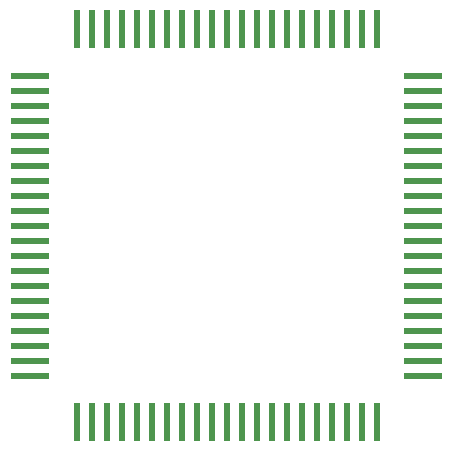
<source format=gbp>
G04 #@! TF.GenerationSoftware,KiCad,Pcbnew,7.0.0-1.fc37*
G04 #@! TF.CreationDate,2023-02-19T18:56:11+00:00*
G04 #@! TF.ProjectId,Agnus,41676e75-732e-46b6-9963-61645f706362,rev?*
G04 #@! TF.SameCoordinates,Original*
G04 #@! TF.FileFunction,Paste,Bot*
G04 #@! TF.FilePolarity,Positive*
%FSLAX46Y46*%
G04 Gerber Fmt 4.6, Leading zero omitted, Abs format (unit mm)*
G04 Created by KiCad (PCBNEW 7.0.0-1.fc37) date 2023-02-19 18:56:11*
%MOMM*%
%LPD*%
G01*
G04 APERTURE LIST*
%ADD10R,3.200000X0.600000*%
%ADD11R,0.600000X3.200000*%
G04 APERTURE END LIST*
D10*
X129793999Y-51971999D03*
X129793999Y-50701999D03*
X129793999Y-49431999D03*
X129793999Y-48161999D03*
X129793999Y-46891999D03*
X129793999Y-45621999D03*
X129793999Y-44351999D03*
X129793999Y-43081999D03*
X129793999Y-41811999D03*
X129793999Y-40541999D03*
X129793999Y-39271999D03*
D11*
X125885999Y-35305999D03*
X124615999Y-35305999D03*
X123345999Y-35305999D03*
X122075999Y-35305999D03*
X120805999Y-35305999D03*
X119535999Y-35305999D03*
X118265999Y-35305999D03*
X116995999Y-35305999D03*
X115725999Y-35305999D03*
X114455999Y-35305999D03*
X113185999Y-35305999D03*
X111915999Y-35305999D03*
X110645999Y-35305999D03*
X109375999Y-35305999D03*
X108105999Y-35305999D03*
X106835999Y-35305999D03*
X105565999Y-35305999D03*
X104295999Y-35305999D03*
X103025999Y-35305999D03*
X101755999Y-35305999D03*
X100485999Y-35305999D03*
D10*
X96519999Y-39271999D03*
X96519999Y-40541999D03*
X96519999Y-41811999D03*
X96519999Y-43081999D03*
X96519999Y-44351999D03*
X96519999Y-45621999D03*
X96519999Y-46891999D03*
X96519999Y-48161999D03*
X96519999Y-49431999D03*
X96519999Y-50701999D03*
X96519999Y-51971999D03*
X96519999Y-53241999D03*
X96519999Y-54511999D03*
X96519999Y-55781999D03*
X96519999Y-57051999D03*
X96519999Y-58321999D03*
X96519999Y-59591999D03*
X96519999Y-60861999D03*
X96519999Y-62131999D03*
X96519999Y-63401999D03*
X96519999Y-64671999D03*
D11*
X100485999Y-68579999D03*
X101755999Y-68579999D03*
X103025999Y-68579999D03*
X104295999Y-68579999D03*
X105565999Y-68579999D03*
X106835999Y-68579999D03*
X108105999Y-68579999D03*
X109375999Y-68579999D03*
X110645999Y-68579999D03*
X111915999Y-68579999D03*
X113185999Y-68579999D03*
X114455999Y-68579999D03*
X115725999Y-68579999D03*
X116995999Y-68579999D03*
X118265999Y-68579999D03*
X119535999Y-68579999D03*
X120805999Y-68579999D03*
X122075999Y-68579999D03*
X123345999Y-68579999D03*
X124615999Y-68579999D03*
X125885999Y-68579999D03*
D10*
X129793999Y-64671999D03*
X129793999Y-63401999D03*
X129793999Y-62131999D03*
X129793999Y-60861999D03*
X129793999Y-59591999D03*
X129793999Y-58321999D03*
X129793999Y-57051999D03*
X129793999Y-55781999D03*
X129793999Y-54511999D03*
X129793999Y-53241999D03*
M02*

</source>
